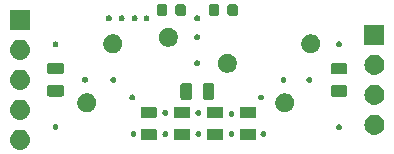
<source format=gts>
G04 #@! TF.GenerationSoftware,KiCad,Pcbnew,5.0.2-bee76a0~70~ubuntu18.04.1*
G04 #@! TF.CreationDate,2018-12-18T09:34:18-08:00*
G04 #@! TF.ProjectId,LowPassFilterModule,4c6f7750-6173-4734-9669-6c7465724d6f,rev?*
G04 #@! TF.SameCoordinates,Original*
G04 #@! TF.FileFunction,Soldermask,Top*
G04 #@! TF.FilePolarity,Negative*
%FSLAX46Y46*%
G04 Gerber Fmt 4.6, Leading zero omitted, Abs format (unit mm)*
G04 Created by KiCad (PCBNEW 5.0.2-bee76a0~70~ubuntu18.04.1) date Tue 18 Dec 2018 09:34:18 AM PST*
%MOMM*%
%LPD*%
G01*
G04 APERTURE LIST*
%ADD10C,0.100000*%
G04 APERTURE END LIST*
D10*
G36*
X102166630Y-97242299D02*
X102326855Y-97290903D01*
X102474520Y-97369831D01*
X102603949Y-97476051D01*
X102710169Y-97605480D01*
X102789097Y-97753145D01*
X102837701Y-97913370D01*
X102854112Y-98080000D01*
X102837701Y-98246630D01*
X102789097Y-98406855D01*
X102710169Y-98554520D01*
X102603949Y-98683949D01*
X102474520Y-98790169D01*
X102326855Y-98869097D01*
X102166630Y-98917701D01*
X102041752Y-98930000D01*
X101958248Y-98930000D01*
X101833370Y-98917701D01*
X101673145Y-98869097D01*
X101525480Y-98790169D01*
X101396051Y-98683949D01*
X101289831Y-98554520D01*
X101210903Y-98406855D01*
X101162299Y-98246630D01*
X101145888Y-98080000D01*
X101162299Y-97913370D01*
X101210903Y-97753145D01*
X101289831Y-97605480D01*
X101396051Y-97476051D01*
X101525480Y-97369831D01*
X101673145Y-97290903D01*
X101833370Y-97242299D01*
X101958248Y-97230000D01*
X102041752Y-97230000D01*
X102166630Y-97242299D01*
X102166630Y-97242299D01*
G37*
G36*
X121853992Y-97154076D02*
X121887883Y-97164357D01*
X121919111Y-97181048D01*
X121946485Y-97203515D01*
X121968952Y-97230889D01*
X121985643Y-97262117D01*
X121995924Y-97296008D01*
X122000000Y-97337391D01*
X122000000Y-97937609D01*
X121995924Y-97978992D01*
X121985643Y-98012883D01*
X121968952Y-98044111D01*
X121946485Y-98071485D01*
X121919111Y-98093952D01*
X121887883Y-98110643D01*
X121853992Y-98120924D01*
X121812609Y-98125000D01*
X120787391Y-98125000D01*
X120746008Y-98120924D01*
X120712117Y-98110643D01*
X120680889Y-98093952D01*
X120653515Y-98071485D01*
X120631048Y-98044111D01*
X120614357Y-98012883D01*
X120604076Y-97978992D01*
X120600000Y-97937609D01*
X120600000Y-97337391D01*
X120604076Y-97296008D01*
X120614357Y-97262117D01*
X120631048Y-97230889D01*
X120653515Y-97203515D01*
X120680889Y-97181048D01*
X120712117Y-97164357D01*
X120746008Y-97154076D01*
X120787391Y-97150000D01*
X121812609Y-97150000D01*
X121853992Y-97154076D01*
X121853992Y-97154076D01*
G37*
G36*
X113453992Y-97154076D02*
X113487883Y-97164357D01*
X113519111Y-97181048D01*
X113546485Y-97203515D01*
X113568952Y-97230889D01*
X113585643Y-97262117D01*
X113595924Y-97296008D01*
X113600000Y-97337391D01*
X113600000Y-97937609D01*
X113595924Y-97978992D01*
X113585643Y-98012883D01*
X113568952Y-98044111D01*
X113546485Y-98071485D01*
X113519111Y-98093952D01*
X113487883Y-98110643D01*
X113453992Y-98120924D01*
X113412609Y-98125000D01*
X112387391Y-98125000D01*
X112346008Y-98120924D01*
X112312117Y-98110643D01*
X112280889Y-98093952D01*
X112253515Y-98071485D01*
X112231048Y-98044111D01*
X112214357Y-98012883D01*
X112204076Y-97978992D01*
X112200000Y-97937609D01*
X112200000Y-97337391D01*
X112204076Y-97296008D01*
X112214357Y-97262117D01*
X112231048Y-97230889D01*
X112253515Y-97203515D01*
X112280889Y-97181048D01*
X112312117Y-97164357D01*
X112346008Y-97154076D01*
X112387391Y-97150000D01*
X113412609Y-97150000D01*
X113453992Y-97154076D01*
X113453992Y-97154076D01*
G37*
G36*
X119053992Y-97154076D02*
X119087883Y-97164357D01*
X119119111Y-97181048D01*
X119146485Y-97203515D01*
X119168952Y-97230889D01*
X119185643Y-97262117D01*
X119195924Y-97296008D01*
X119200000Y-97337391D01*
X119200000Y-97937609D01*
X119195924Y-97978992D01*
X119185643Y-98012883D01*
X119168952Y-98044111D01*
X119146485Y-98071485D01*
X119119111Y-98093952D01*
X119087883Y-98110643D01*
X119053992Y-98120924D01*
X119012609Y-98125000D01*
X117987391Y-98125000D01*
X117946008Y-98120924D01*
X117912117Y-98110643D01*
X117880889Y-98093952D01*
X117853515Y-98071485D01*
X117831048Y-98044111D01*
X117814357Y-98012883D01*
X117804076Y-97978992D01*
X117800000Y-97937609D01*
X117800000Y-97337391D01*
X117804076Y-97296008D01*
X117814357Y-97262117D01*
X117831048Y-97230889D01*
X117853515Y-97203515D01*
X117880889Y-97181048D01*
X117912117Y-97164357D01*
X117946008Y-97154076D01*
X117987391Y-97150000D01*
X119012609Y-97150000D01*
X119053992Y-97154076D01*
X119053992Y-97154076D01*
G37*
G36*
X116253992Y-97154076D02*
X116287883Y-97164357D01*
X116319111Y-97181048D01*
X116346485Y-97203515D01*
X116368952Y-97230889D01*
X116385643Y-97262117D01*
X116395924Y-97296008D01*
X116400000Y-97337391D01*
X116400000Y-97937609D01*
X116395924Y-97978992D01*
X116385643Y-98012883D01*
X116368952Y-98044111D01*
X116346485Y-98071485D01*
X116319111Y-98093952D01*
X116287883Y-98110643D01*
X116253992Y-98120924D01*
X116212609Y-98125000D01*
X115187391Y-98125000D01*
X115146008Y-98120924D01*
X115112117Y-98110643D01*
X115080889Y-98093952D01*
X115053515Y-98071485D01*
X115031048Y-98044111D01*
X115014357Y-98012883D01*
X115004076Y-97978992D01*
X115000000Y-97937609D01*
X115000000Y-97337391D01*
X115004076Y-97296008D01*
X115014357Y-97262117D01*
X115031048Y-97230889D01*
X115053515Y-97203515D01*
X115080889Y-97181048D01*
X115112117Y-97164357D01*
X115146008Y-97154076D01*
X115187391Y-97150000D01*
X116212609Y-97150000D01*
X116253992Y-97154076D01*
X116253992Y-97154076D01*
G37*
G36*
X114336698Y-97352402D02*
X114372922Y-97359607D01*
X114418420Y-97378453D01*
X114459366Y-97405812D01*
X114494188Y-97440634D01*
X114521547Y-97481580D01*
X114540393Y-97527078D01*
X114550000Y-97575377D01*
X114550000Y-97624623D01*
X114540393Y-97672922D01*
X114521547Y-97718420D01*
X114494188Y-97759366D01*
X114459366Y-97794188D01*
X114418420Y-97821547D01*
X114372922Y-97840393D01*
X114336698Y-97847598D01*
X114324624Y-97850000D01*
X114275376Y-97850000D01*
X114263302Y-97847598D01*
X114227078Y-97840393D01*
X114181580Y-97821547D01*
X114140634Y-97794188D01*
X114105812Y-97759366D01*
X114078453Y-97718420D01*
X114059607Y-97672922D01*
X114050000Y-97624623D01*
X114050000Y-97575377D01*
X114059607Y-97527078D01*
X114078453Y-97481580D01*
X114105812Y-97440634D01*
X114140634Y-97405812D01*
X114181580Y-97378453D01*
X114227078Y-97359607D01*
X114263302Y-97352402D01*
X114275376Y-97350000D01*
X114324624Y-97350000D01*
X114336698Y-97352402D01*
X114336698Y-97352402D01*
G37*
G36*
X111636698Y-97352402D02*
X111672922Y-97359607D01*
X111718420Y-97378453D01*
X111759366Y-97405812D01*
X111794188Y-97440634D01*
X111821547Y-97481580D01*
X111840393Y-97527078D01*
X111850000Y-97575377D01*
X111850000Y-97624623D01*
X111840393Y-97672922D01*
X111821547Y-97718420D01*
X111794188Y-97759366D01*
X111759366Y-97794188D01*
X111718420Y-97821547D01*
X111672922Y-97840393D01*
X111636698Y-97847598D01*
X111624624Y-97850000D01*
X111575376Y-97850000D01*
X111563302Y-97847598D01*
X111527078Y-97840393D01*
X111481580Y-97821547D01*
X111440634Y-97794188D01*
X111405812Y-97759366D01*
X111378453Y-97718420D01*
X111359607Y-97672922D01*
X111350000Y-97624623D01*
X111350000Y-97575377D01*
X111359607Y-97527078D01*
X111378453Y-97481580D01*
X111405812Y-97440634D01*
X111440634Y-97405812D01*
X111481580Y-97378453D01*
X111527078Y-97359607D01*
X111563302Y-97352402D01*
X111575376Y-97350000D01*
X111624624Y-97350000D01*
X111636698Y-97352402D01*
X111636698Y-97352402D01*
G37*
G36*
X117136698Y-97352402D02*
X117172922Y-97359607D01*
X117218420Y-97378453D01*
X117259366Y-97405812D01*
X117294188Y-97440634D01*
X117321547Y-97481580D01*
X117340393Y-97527078D01*
X117350000Y-97575377D01*
X117350000Y-97624623D01*
X117340393Y-97672922D01*
X117321547Y-97718420D01*
X117294188Y-97759366D01*
X117259366Y-97794188D01*
X117218420Y-97821547D01*
X117172922Y-97840393D01*
X117136698Y-97847598D01*
X117124624Y-97850000D01*
X117075376Y-97850000D01*
X117063302Y-97847598D01*
X117027078Y-97840393D01*
X116981580Y-97821547D01*
X116940634Y-97794188D01*
X116905812Y-97759366D01*
X116878453Y-97718420D01*
X116859607Y-97672922D01*
X116850000Y-97624623D01*
X116850000Y-97575377D01*
X116859607Y-97527078D01*
X116878453Y-97481580D01*
X116905812Y-97440634D01*
X116940634Y-97405812D01*
X116981580Y-97378453D01*
X117027078Y-97359607D01*
X117063302Y-97352402D01*
X117075376Y-97350000D01*
X117124624Y-97350000D01*
X117136698Y-97352402D01*
X117136698Y-97352402D01*
G37*
G36*
X122636698Y-97352402D02*
X122672922Y-97359607D01*
X122718420Y-97378453D01*
X122759366Y-97405812D01*
X122794188Y-97440634D01*
X122821547Y-97481580D01*
X122840393Y-97527078D01*
X122850000Y-97575377D01*
X122850000Y-97624623D01*
X122840393Y-97672922D01*
X122821547Y-97718420D01*
X122794188Y-97759366D01*
X122759366Y-97794188D01*
X122718420Y-97821547D01*
X122672922Y-97840393D01*
X122636698Y-97847598D01*
X122624624Y-97850000D01*
X122575376Y-97850000D01*
X122563302Y-97847598D01*
X122527078Y-97840393D01*
X122481580Y-97821547D01*
X122440634Y-97794188D01*
X122405812Y-97759366D01*
X122378453Y-97718420D01*
X122359607Y-97672922D01*
X122350000Y-97624623D01*
X122350000Y-97575377D01*
X122359607Y-97527078D01*
X122378453Y-97481580D01*
X122405812Y-97440634D01*
X122440634Y-97405812D01*
X122481580Y-97378453D01*
X122527078Y-97359607D01*
X122563302Y-97352402D01*
X122575376Y-97350000D01*
X122624624Y-97350000D01*
X122636698Y-97352402D01*
X122636698Y-97352402D01*
G37*
G36*
X119936698Y-97352402D02*
X119972922Y-97359607D01*
X120018420Y-97378453D01*
X120059366Y-97405812D01*
X120094188Y-97440634D01*
X120121547Y-97481580D01*
X120140393Y-97527078D01*
X120150000Y-97575377D01*
X120150000Y-97624623D01*
X120140393Y-97672922D01*
X120121547Y-97718420D01*
X120094188Y-97759366D01*
X120059366Y-97794188D01*
X120018420Y-97821547D01*
X119972922Y-97840393D01*
X119936698Y-97847598D01*
X119924624Y-97850000D01*
X119875376Y-97850000D01*
X119863302Y-97847598D01*
X119827078Y-97840393D01*
X119781580Y-97821547D01*
X119740634Y-97794188D01*
X119705812Y-97759366D01*
X119678453Y-97718420D01*
X119659607Y-97672922D01*
X119650000Y-97624623D01*
X119650000Y-97575377D01*
X119659607Y-97527078D01*
X119678453Y-97481580D01*
X119705812Y-97440634D01*
X119740634Y-97405812D01*
X119781580Y-97378453D01*
X119827078Y-97359607D01*
X119863302Y-97352402D01*
X119875376Y-97350000D01*
X119924624Y-97350000D01*
X119936698Y-97352402D01*
X119936698Y-97352402D01*
G37*
G36*
X132166630Y-95972299D02*
X132326855Y-96020903D01*
X132474520Y-96099831D01*
X132603949Y-96206051D01*
X132710169Y-96335480D01*
X132789097Y-96483145D01*
X132837701Y-96643370D01*
X132854112Y-96810000D01*
X132837701Y-96976630D01*
X132789097Y-97136855D01*
X132710169Y-97284520D01*
X132603949Y-97413949D01*
X132474520Y-97520169D01*
X132326855Y-97599097D01*
X132166630Y-97647701D01*
X132041752Y-97660000D01*
X131958248Y-97660000D01*
X131833370Y-97647701D01*
X131673145Y-97599097D01*
X131525480Y-97520169D01*
X131396051Y-97413949D01*
X131289831Y-97284520D01*
X131210903Y-97136855D01*
X131162299Y-96976630D01*
X131145888Y-96810000D01*
X131162299Y-96643370D01*
X131210903Y-96483145D01*
X131289831Y-96335480D01*
X131396051Y-96206051D01*
X131525480Y-96099831D01*
X131673145Y-96020903D01*
X131833370Y-95972299D01*
X131958248Y-95960000D01*
X132041752Y-95960000D01*
X132166630Y-95972299D01*
X132166630Y-95972299D01*
G37*
G36*
X129036698Y-96752402D02*
X129072922Y-96759607D01*
X129118420Y-96778453D01*
X129159366Y-96805812D01*
X129194188Y-96840634D01*
X129221547Y-96881580D01*
X129240393Y-96927078D01*
X129250000Y-96975377D01*
X129250000Y-97024623D01*
X129240393Y-97072922D01*
X129221547Y-97118420D01*
X129194188Y-97159366D01*
X129159366Y-97194188D01*
X129118420Y-97221547D01*
X129072922Y-97240393D01*
X129036698Y-97247598D01*
X129024624Y-97250000D01*
X128975376Y-97250000D01*
X128963302Y-97247598D01*
X128927078Y-97240393D01*
X128881580Y-97221547D01*
X128840634Y-97194188D01*
X128805812Y-97159366D01*
X128778453Y-97118420D01*
X128759607Y-97072922D01*
X128750000Y-97024623D01*
X128750000Y-96975377D01*
X128759607Y-96927078D01*
X128778453Y-96881580D01*
X128805812Y-96840634D01*
X128840634Y-96805812D01*
X128881580Y-96778453D01*
X128927078Y-96759607D01*
X128963302Y-96752402D01*
X128975376Y-96750000D01*
X129024624Y-96750000D01*
X129036698Y-96752402D01*
X129036698Y-96752402D01*
G37*
G36*
X105036698Y-96752402D02*
X105072922Y-96759607D01*
X105118420Y-96778453D01*
X105159366Y-96805812D01*
X105194188Y-96840634D01*
X105221547Y-96881580D01*
X105240393Y-96927078D01*
X105250000Y-96975377D01*
X105250000Y-97024623D01*
X105240393Y-97072922D01*
X105221547Y-97118420D01*
X105194188Y-97159366D01*
X105159366Y-97194188D01*
X105118420Y-97221547D01*
X105072922Y-97240393D01*
X105036698Y-97247598D01*
X105024624Y-97250000D01*
X104975376Y-97250000D01*
X104963302Y-97247598D01*
X104927078Y-97240393D01*
X104881580Y-97221547D01*
X104840634Y-97194188D01*
X104805812Y-97159366D01*
X104778453Y-97118420D01*
X104759607Y-97072922D01*
X104750000Y-97024623D01*
X104750000Y-96975377D01*
X104759607Y-96927078D01*
X104778453Y-96881580D01*
X104805812Y-96840634D01*
X104840634Y-96805812D01*
X104881580Y-96778453D01*
X104927078Y-96759607D01*
X104963302Y-96752402D01*
X104975376Y-96750000D01*
X105024624Y-96750000D01*
X105036698Y-96752402D01*
X105036698Y-96752402D01*
G37*
G36*
X102166630Y-94702299D02*
X102326855Y-94750903D01*
X102474520Y-94829831D01*
X102603949Y-94936051D01*
X102710169Y-95065480D01*
X102789097Y-95213145D01*
X102837701Y-95373370D01*
X102854112Y-95540000D01*
X102837701Y-95706630D01*
X102789097Y-95866855D01*
X102710169Y-96014520D01*
X102603949Y-96143949D01*
X102474520Y-96250169D01*
X102326855Y-96329097D01*
X102166630Y-96377701D01*
X102041752Y-96390000D01*
X101958248Y-96390000D01*
X101833370Y-96377701D01*
X101673145Y-96329097D01*
X101525480Y-96250169D01*
X101396051Y-96143949D01*
X101289831Y-96014520D01*
X101210903Y-95866855D01*
X101162299Y-95706630D01*
X101145888Y-95540000D01*
X101162299Y-95373370D01*
X101210903Y-95213145D01*
X101289831Y-95065480D01*
X101396051Y-94936051D01*
X101525480Y-94829831D01*
X101673145Y-94750903D01*
X101833370Y-94702299D01*
X101958248Y-94690000D01*
X102041752Y-94690000D01*
X102166630Y-94702299D01*
X102166630Y-94702299D01*
G37*
G36*
X116253992Y-95279076D02*
X116287883Y-95289357D01*
X116319111Y-95306048D01*
X116346485Y-95328515D01*
X116368952Y-95355889D01*
X116385643Y-95387117D01*
X116395924Y-95421008D01*
X116400000Y-95462391D01*
X116400000Y-96062609D01*
X116395924Y-96103992D01*
X116385643Y-96137883D01*
X116368952Y-96169111D01*
X116346485Y-96196485D01*
X116319111Y-96218952D01*
X116287883Y-96235643D01*
X116253992Y-96245924D01*
X116212609Y-96250000D01*
X115187391Y-96250000D01*
X115146008Y-96245924D01*
X115112117Y-96235643D01*
X115080889Y-96218952D01*
X115053515Y-96196485D01*
X115031048Y-96169111D01*
X115014357Y-96137883D01*
X115004076Y-96103992D01*
X115000000Y-96062609D01*
X115000000Y-95462391D01*
X115004076Y-95421008D01*
X115014357Y-95387117D01*
X115031048Y-95355889D01*
X115053515Y-95328515D01*
X115080889Y-95306048D01*
X115112117Y-95289357D01*
X115146008Y-95279076D01*
X115187391Y-95275000D01*
X116212609Y-95275000D01*
X116253992Y-95279076D01*
X116253992Y-95279076D01*
G37*
G36*
X121853992Y-95279076D02*
X121887883Y-95289357D01*
X121919111Y-95306048D01*
X121946485Y-95328515D01*
X121968952Y-95355889D01*
X121985643Y-95387117D01*
X121995924Y-95421008D01*
X122000000Y-95462391D01*
X122000000Y-96062609D01*
X121995924Y-96103992D01*
X121985643Y-96137883D01*
X121968952Y-96169111D01*
X121946485Y-96196485D01*
X121919111Y-96218952D01*
X121887883Y-96235643D01*
X121853992Y-96245924D01*
X121812609Y-96250000D01*
X120787391Y-96250000D01*
X120746008Y-96245924D01*
X120712117Y-96235643D01*
X120680889Y-96218952D01*
X120653515Y-96196485D01*
X120631048Y-96169111D01*
X120614357Y-96137883D01*
X120604076Y-96103992D01*
X120600000Y-96062609D01*
X120600000Y-95462391D01*
X120604076Y-95421008D01*
X120614357Y-95387117D01*
X120631048Y-95355889D01*
X120653515Y-95328515D01*
X120680889Y-95306048D01*
X120712117Y-95289357D01*
X120746008Y-95279076D01*
X120787391Y-95275000D01*
X121812609Y-95275000D01*
X121853992Y-95279076D01*
X121853992Y-95279076D01*
G37*
G36*
X113453992Y-95279076D02*
X113487883Y-95289357D01*
X113519111Y-95306048D01*
X113546485Y-95328515D01*
X113568952Y-95355889D01*
X113585643Y-95387117D01*
X113595924Y-95421008D01*
X113600000Y-95462391D01*
X113600000Y-96062609D01*
X113595924Y-96103992D01*
X113585643Y-96137883D01*
X113568952Y-96169111D01*
X113546485Y-96196485D01*
X113519111Y-96218952D01*
X113487883Y-96235643D01*
X113453992Y-96245924D01*
X113412609Y-96250000D01*
X112387391Y-96250000D01*
X112346008Y-96245924D01*
X112312117Y-96235643D01*
X112280889Y-96218952D01*
X112253515Y-96196485D01*
X112231048Y-96169111D01*
X112214357Y-96137883D01*
X112204076Y-96103992D01*
X112200000Y-96062609D01*
X112200000Y-95462391D01*
X112204076Y-95421008D01*
X112214357Y-95387117D01*
X112231048Y-95355889D01*
X112253515Y-95328515D01*
X112280889Y-95306048D01*
X112312117Y-95289357D01*
X112346008Y-95279076D01*
X112387391Y-95275000D01*
X113412609Y-95275000D01*
X113453992Y-95279076D01*
X113453992Y-95279076D01*
G37*
G36*
X119053992Y-95279076D02*
X119087883Y-95289357D01*
X119119111Y-95306048D01*
X119146485Y-95328515D01*
X119168952Y-95355889D01*
X119185643Y-95387117D01*
X119195924Y-95421008D01*
X119200000Y-95462391D01*
X119200000Y-96062609D01*
X119195924Y-96103992D01*
X119185643Y-96137883D01*
X119168952Y-96169111D01*
X119146485Y-96196485D01*
X119119111Y-96218952D01*
X119087883Y-96235643D01*
X119053992Y-96245924D01*
X119012609Y-96250000D01*
X117987391Y-96250000D01*
X117946008Y-96245924D01*
X117912117Y-96235643D01*
X117880889Y-96218952D01*
X117853515Y-96196485D01*
X117831048Y-96169111D01*
X117814357Y-96137883D01*
X117804076Y-96103992D01*
X117800000Y-96062609D01*
X117800000Y-95462391D01*
X117804076Y-95421008D01*
X117814357Y-95387117D01*
X117831048Y-95355889D01*
X117853515Y-95328515D01*
X117880889Y-95306048D01*
X117912117Y-95289357D01*
X117946008Y-95279076D01*
X117987391Y-95275000D01*
X119012609Y-95275000D01*
X119053992Y-95279076D01*
X119053992Y-95279076D01*
G37*
G36*
X119936698Y-95652402D02*
X119972922Y-95659607D01*
X120018420Y-95678453D01*
X120059366Y-95705812D01*
X120094188Y-95740634D01*
X120121547Y-95781580D01*
X120140393Y-95827078D01*
X120150000Y-95875377D01*
X120150000Y-95924623D01*
X120140393Y-95972922D01*
X120121547Y-96018420D01*
X120094188Y-96059366D01*
X120059366Y-96094188D01*
X120018420Y-96121547D01*
X119972922Y-96140393D01*
X119936698Y-96147598D01*
X119924624Y-96150000D01*
X119875376Y-96150000D01*
X119863302Y-96147598D01*
X119827078Y-96140393D01*
X119781580Y-96121547D01*
X119740634Y-96094188D01*
X119705812Y-96059366D01*
X119678453Y-96018420D01*
X119659607Y-95972922D01*
X119650000Y-95924623D01*
X119650000Y-95875377D01*
X119659607Y-95827078D01*
X119678453Y-95781580D01*
X119705812Y-95740634D01*
X119740634Y-95705812D01*
X119781580Y-95678453D01*
X119827078Y-95659607D01*
X119863302Y-95652402D01*
X119875376Y-95650000D01*
X119924624Y-95650000D01*
X119936698Y-95652402D01*
X119936698Y-95652402D01*
G37*
G36*
X114336698Y-95552402D02*
X114372922Y-95559607D01*
X114418420Y-95578453D01*
X114459366Y-95605812D01*
X114494188Y-95640634D01*
X114521547Y-95681580D01*
X114540393Y-95727078D01*
X114550000Y-95775377D01*
X114550000Y-95824623D01*
X114540393Y-95872922D01*
X114521547Y-95918420D01*
X114494188Y-95959366D01*
X114459366Y-95994188D01*
X114418420Y-96021547D01*
X114372922Y-96040393D01*
X114336698Y-96047598D01*
X114324624Y-96050000D01*
X114275376Y-96050000D01*
X114263302Y-96047598D01*
X114227078Y-96040393D01*
X114181580Y-96021547D01*
X114140634Y-95994188D01*
X114105812Y-95959366D01*
X114078453Y-95918420D01*
X114059607Y-95872922D01*
X114050000Y-95824623D01*
X114050000Y-95775377D01*
X114059607Y-95727078D01*
X114078453Y-95681580D01*
X114105812Y-95640634D01*
X114140634Y-95605812D01*
X114181580Y-95578453D01*
X114227078Y-95559607D01*
X114263302Y-95552402D01*
X114275376Y-95550000D01*
X114324624Y-95550000D01*
X114336698Y-95552402D01*
X114336698Y-95552402D01*
G37*
G36*
X117136698Y-95552402D02*
X117172922Y-95559607D01*
X117218420Y-95578453D01*
X117259366Y-95605812D01*
X117294188Y-95640634D01*
X117321547Y-95681580D01*
X117340393Y-95727078D01*
X117350000Y-95775377D01*
X117350000Y-95824623D01*
X117340393Y-95872922D01*
X117321547Y-95918420D01*
X117294188Y-95959366D01*
X117259366Y-95994188D01*
X117218420Y-96021547D01*
X117172922Y-96040393D01*
X117136698Y-96047598D01*
X117124624Y-96050000D01*
X117075376Y-96050000D01*
X117063302Y-96047598D01*
X117027078Y-96040393D01*
X116981580Y-96021547D01*
X116940634Y-95994188D01*
X116905812Y-95959366D01*
X116878453Y-95918420D01*
X116859607Y-95872922D01*
X116850000Y-95824623D01*
X116850000Y-95775377D01*
X116859607Y-95727078D01*
X116878453Y-95681580D01*
X116905812Y-95640634D01*
X116940634Y-95605812D01*
X116981580Y-95578453D01*
X117027078Y-95559607D01*
X117063302Y-95552402D01*
X117075376Y-95550000D01*
X117124624Y-95550000D01*
X117136698Y-95552402D01*
X117136698Y-95552402D01*
G37*
G36*
X124633352Y-94180743D02*
X124778941Y-94241048D01*
X124909973Y-94328601D01*
X125021399Y-94440027D01*
X125108952Y-94571059D01*
X125169257Y-94716648D01*
X125200000Y-94871205D01*
X125200000Y-95028795D01*
X125169257Y-95183352D01*
X125108952Y-95328941D01*
X125021399Y-95459973D01*
X124909973Y-95571399D01*
X124778941Y-95658952D01*
X124633352Y-95719257D01*
X124478795Y-95750000D01*
X124321205Y-95750000D01*
X124166648Y-95719257D01*
X124021059Y-95658952D01*
X123890027Y-95571399D01*
X123778601Y-95459973D01*
X123691048Y-95328941D01*
X123630743Y-95183352D01*
X123600000Y-95028795D01*
X123600000Y-94871205D01*
X123630743Y-94716648D01*
X123691048Y-94571059D01*
X123778601Y-94440027D01*
X123890027Y-94328601D01*
X124021059Y-94241048D01*
X124166648Y-94180743D01*
X124321205Y-94150000D01*
X124478795Y-94150000D01*
X124633352Y-94180743D01*
X124633352Y-94180743D01*
G37*
G36*
X107883352Y-94180743D02*
X108028941Y-94241048D01*
X108159973Y-94328601D01*
X108271399Y-94440027D01*
X108358952Y-94571059D01*
X108419257Y-94716648D01*
X108450000Y-94871205D01*
X108450000Y-95028795D01*
X108419257Y-95183352D01*
X108358952Y-95328941D01*
X108271399Y-95459973D01*
X108159973Y-95571399D01*
X108028941Y-95658952D01*
X107883352Y-95719257D01*
X107728795Y-95750000D01*
X107571205Y-95750000D01*
X107416648Y-95719257D01*
X107271059Y-95658952D01*
X107140027Y-95571399D01*
X107028601Y-95459973D01*
X106941048Y-95328941D01*
X106880743Y-95183352D01*
X106850000Y-95028795D01*
X106850000Y-94871205D01*
X106880743Y-94716648D01*
X106941048Y-94571059D01*
X107028601Y-94440027D01*
X107140027Y-94328601D01*
X107271059Y-94241048D01*
X107416648Y-94180743D01*
X107571205Y-94150000D01*
X107728795Y-94150000D01*
X107883352Y-94180743D01*
X107883352Y-94180743D01*
G37*
G36*
X132166630Y-93432299D02*
X132326855Y-93480903D01*
X132474520Y-93559831D01*
X132603949Y-93666051D01*
X132710169Y-93795480D01*
X132789097Y-93943145D01*
X132837701Y-94103370D01*
X132854112Y-94270000D01*
X132837701Y-94436630D01*
X132789097Y-94596855D01*
X132710169Y-94744520D01*
X132603949Y-94873949D01*
X132474520Y-94980169D01*
X132326855Y-95059097D01*
X132166630Y-95107701D01*
X132041752Y-95120000D01*
X131958248Y-95120000D01*
X131833370Y-95107701D01*
X131673145Y-95059097D01*
X131525480Y-94980169D01*
X131396051Y-94873949D01*
X131289831Y-94744520D01*
X131210903Y-94596855D01*
X131162299Y-94436630D01*
X131145888Y-94270000D01*
X131162299Y-94103370D01*
X131210903Y-93943145D01*
X131289831Y-93795480D01*
X131396051Y-93666051D01*
X131525480Y-93559831D01*
X131673145Y-93480903D01*
X131833370Y-93432299D01*
X131958248Y-93420000D01*
X132041752Y-93420000D01*
X132166630Y-93432299D01*
X132166630Y-93432299D01*
G37*
G36*
X122436698Y-94252402D02*
X122472922Y-94259607D01*
X122518420Y-94278453D01*
X122559366Y-94305812D01*
X122594188Y-94340634D01*
X122621547Y-94381580D01*
X122640393Y-94427078D01*
X122650000Y-94475377D01*
X122650000Y-94524623D01*
X122640393Y-94572922D01*
X122621547Y-94618420D01*
X122594188Y-94659366D01*
X122559366Y-94694188D01*
X122518420Y-94721547D01*
X122472922Y-94740393D01*
X122436698Y-94747598D01*
X122424624Y-94750000D01*
X122375376Y-94750000D01*
X122363302Y-94747598D01*
X122327078Y-94740393D01*
X122281580Y-94721547D01*
X122240634Y-94694188D01*
X122205812Y-94659366D01*
X122178453Y-94618420D01*
X122159607Y-94572922D01*
X122150000Y-94524623D01*
X122150000Y-94475377D01*
X122159607Y-94427078D01*
X122178453Y-94381580D01*
X122205812Y-94340634D01*
X122240634Y-94305812D01*
X122281580Y-94278453D01*
X122327078Y-94259607D01*
X122363302Y-94252402D01*
X122375376Y-94250000D01*
X122424624Y-94250000D01*
X122436698Y-94252402D01*
X122436698Y-94252402D01*
G37*
G36*
X111536698Y-94252402D02*
X111572922Y-94259607D01*
X111618420Y-94278453D01*
X111659366Y-94305812D01*
X111694188Y-94340634D01*
X111721547Y-94381580D01*
X111740393Y-94427078D01*
X111750000Y-94475377D01*
X111750000Y-94524623D01*
X111740393Y-94572922D01*
X111721547Y-94618420D01*
X111694188Y-94659366D01*
X111659366Y-94694188D01*
X111618420Y-94721547D01*
X111572922Y-94740393D01*
X111536698Y-94747598D01*
X111524624Y-94750000D01*
X111475376Y-94750000D01*
X111463302Y-94747598D01*
X111427078Y-94740393D01*
X111381580Y-94721547D01*
X111340634Y-94694188D01*
X111305812Y-94659366D01*
X111278453Y-94618420D01*
X111259607Y-94572922D01*
X111250000Y-94524623D01*
X111250000Y-94475377D01*
X111259607Y-94427078D01*
X111278453Y-94381580D01*
X111305812Y-94340634D01*
X111340634Y-94305812D01*
X111381580Y-94278453D01*
X111427078Y-94259607D01*
X111463302Y-94252402D01*
X111475376Y-94250000D01*
X111524624Y-94250000D01*
X111536698Y-94252402D01*
X111536698Y-94252402D01*
G37*
G36*
X118278992Y-93304076D02*
X118312883Y-93314357D01*
X118344111Y-93331048D01*
X118371485Y-93353515D01*
X118393952Y-93380889D01*
X118410643Y-93412117D01*
X118420924Y-93446008D01*
X118425000Y-93487391D01*
X118425000Y-94512609D01*
X118420924Y-94553992D01*
X118410643Y-94587883D01*
X118393952Y-94619111D01*
X118371485Y-94646485D01*
X118344111Y-94668952D01*
X118312883Y-94685643D01*
X118278992Y-94695924D01*
X118237609Y-94700000D01*
X117637391Y-94700000D01*
X117596008Y-94695924D01*
X117562117Y-94685643D01*
X117530889Y-94668952D01*
X117503515Y-94646485D01*
X117481048Y-94619111D01*
X117464357Y-94587883D01*
X117454076Y-94553992D01*
X117450000Y-94512609D01*
X117450000Y-93487391D01*
X117454076Y-93446008D01*
X117464357Y-93412117D01*
X117481048Y-93380889D01*
X117503515Y-93353515D01*
X117530889Y-93331048D01*
X117562117Y-93314357D01*
X117596008Y-93304076D01*
X117637391Y-93300000D01*
X118237609Y-93300000D01*
X118278992Y-93304076D01*
X118278992Y-93304076D01*
G37*
G36*
X116403992Y-93304076D02*
X116437883Y-93314357D01*
X116469111Y-93331048D01*
X116496485Y-93353515D01*
X116518952Y-93380889D01*
X116535643Y-93412117D01*
X116545924Y-93446008D01*
X116550000Y-93487391D01*
X116550000Y-94512609D01*
X116545924Y-94553992D01*
X116535643Y-94587883D01*
X116518952Y-94619111D01*
X116496485Y-94646485D01*
X116469111Y-94668952D01*
X116437883Y-94685643D01*
X116403992Y-94695924D01*
X116362609Y-94700000D01*
X115762391Y-94700000D01*
X115721008Y-94695924D01*
X115687117Y-94685643D01*
X115655889Y-94668952D01*
X115628515Y-94646485D01*
X115606048Y-94619111D01*
X115589357Y-94587883D01*
X115579076Y-94553992D01*
X115575000Y-94512609D01*
X115575000Y-93487391D01*
X115579076Y-93446008D01*
X115589357Y-93412117D01*
X115606048Y-93380889D01*
X115628515Y-93353515D01*
X115655889Y-93331048D01*
X115687117Y-93314357D01*
X115721008Y-93304076D01*
X115762391Y-93300000D01*
X116362609Y-93300000D01*
X116403992Y-93304076D01*
X116403992Y-93304076D01*
G37*
G36*
X129553992Y-93454076D02*
X129587883Y-93464357D01*
X129619111Y-93481048D01*
X129646485Y-93503515D01*
X129668952Y-93530889D01*
X129685643Y-93562117D01*
X129695924Y-93596008D01*
X129700000Y-93637391D01*
X129700000Y-94237609D01*
X129695924Y-94278992D01*
X129685643Y-94312883D01*
X129668952Y-94344111D01*
X129646485Y-94371485D01*
X129619111Y-94393952D01*
X129587883Y-94410643D01*
X129553992Y-94420924D01*
X129512609Y-94425000D01*
X128487391Y-94425000D01*
X128446008Y-94420924D01*
X128412117Y-94410643D01*
X128380889Y-94393952D01*
X128353515Y-94371485D01*
X128331048Y-94344111D01*
X128314357Y-94312883D01*
X128304076Y-94278992D01*
X128300000Y-94237609D01*
X128300000Y-93637391D01*
X128304076Y-93596008D01*
X128314357Y-93562117D01*
X128331048Y-93530889D01*
X128353515Y-93503515D01*
X128380889Y-93481048D01*
X128412117Y-93464357D01*
X128446008Y-93454076D01*
X128487391Y-93450000D01*
X129512609Y-93450000D01*
X129553992Y-93454076D01*
X129553992Y-93454076D01*
G37*
G36*
X105553992Y-93454076D02*
X105587883Y-93464357D01*
X105619111Y-93481048D01*
X105646485Y-93503515D01*
X105668952Y-93530889D01*
X105685643Y-93562117D01*
X105695924Y-93596008D01*
X105700000Y-93637391D01*
X105700000Y-94237609D01*
X105695924Y-94278992D01*
X105685643Y-94312883D01*
X105668952Y-94344111D01*
X105646485Y-94371485D01*
X105619111Y-94393952D01*
X105587883Y-94410643D01*
X105553992Y-94420924D01*
X105512609Y-94425000D01*
X104487391Y-94425000D01*
X104446008Y-94420924D01*
X104412117Y-94410643D01*
X104380889Y-94393952D01*
X104353515Y-94371485D01*
X104331048Y-94344111D01*
X104314357Y-94312883D01*
X104304076Y-94278992D01*
X104300000Y-94237609D01*
X104300000Y-93637391D01*
X104304076Y-93596008D01*
X104314357Y-93562117D01*
X104331048Y-93530889D01*
X104353515Y-93503515D01*
X104380889Y-93481048D01*
X104412117Y-93464357D01*
X104446008Y-93454076D01*
X104487391Y-93450000D01*
X105512609Y-93450000D01*
X105553992Y-93454076D01*
X105553992Y-93454076D01*
G37*
G36*
X102166630Y-92162299D02*
X102326855Y-92210903D01*
X102474520Y-92289831D01*
X102603949Y-92396051D01*
X102710169Y-92525480D01*
X102789097Y-92673145D01*
X102837701Y-92833370D01*
X102854112Y-93000000D01*
X102837701Y-93166630D01*
X102789097Y-93326855D01*
X102710169Y-93474520D01*
X102603949Y-93603949D01*
X102474520Y-93710169D01*
X102326855Y-93789097D01*
X102166630Y-93837701D01*
X102041752Y-93850000D01*
X101958248Y-93850000D01*
X101833370Y-93837701D01*
X101673145Y-93789097D01*
X101525480Y-93710169D01*
X101396051Y-93603949D01*
X101289831Y-93474520D01*
X101210903Y-93326855D01*
X101162299Y-93166630D01*
X101145888Y-93000000D01*
X101162299Y-92833370D01*
X101210903Y-92673145D01*
X101289831Y-92525480D01*
X101396051Y-92396051D01*
X101525480Y-92289831D01*
X101673145Y-92210903D01*
X101833370Y-92162299D01*
X101958248Y-92150000D01*
X102041752Y-92150000D01*
X102166630Y-92162299D01*
X102166630Y-92162299D01*
G37*
G36*
X109936698Y-92752402D02*
X109972922Y-92759607D01*
X110018420Y-92778453D01*
X110059366Y-92805812D01*
X110094188Y-92840634D01*
X110121547Y-92881580D01*
X110140393Y-92927078D01*
X110150000Y-92975377D01*
X110150000Y-93024623D01*
X110140393Y-93072922D01*
X110121547Y-93118420D01*
X110094188Y-93159366D01*
X110059366Y-93194188D01*
X110018420Y-93221547D01*
X109972922Y-93240393D01*
X109936698Y-93247598D01*
X109924624Y-93250000D01*
X109875376Y-93250000D01*
X109863302Y-93247598D01*
X109827078Y-93240393D01*
X109781580Y-93221547D01*
X109740634Y-93194188D01*
X109705812Y-93159366D01*
X109678453Y-93118420D01*
X109659607Y-93072922D01*
X109650000Y-93024623D01*
X109650000Y-92975377D01*
X109659607Y-92927078D01*
X109678453Y-92881580D01*
X109705812Y-92840634D01*
X109740634Y-92805812D01*
X109781580Y-92778453D01*
X109827078Y-92759607D01*
X109863302Y-92752402D01*
X109875376Y-92750000D01*
X109924624Y-92750000D01*
X109936698Y-92752402D01*
X109936698Y-92752402D01*
G37*
G36*
X126536698Y-92752402D02*
X126572922Y-92759607D01*
X126618420Y-92778453D01*
X126659366Y-92805812D01*
X126694188Y-92840634D01*
X126721547Y-92881580D01*
X126740393Y-92927078D01*
X126750000Y-92975377D01*
X126750000Y-93024623D01*
X126740393Y-93072922D01*
X126721547Y-93118420D01*
X126694188Y-93159366D01*
X126659366Y-93194188D01*
X126618420Y-93221547D01*
X126572922Y-93240393D01*
X126536698Y-93247598D01*
X126524624Y-93250000D01*
X126475376Y-93250000D01*
X126463302Y-93247598D01*
X126427078Y-93240393D01*
X126381580Y-93221547D01*
X126340634Y-93194188D01*
X126305812Y-93159366D01*
X126278453Y-93118420D01*
X126259607Y-93072922D01*
X126250000Y-93024623D01*
X126250000Y-92975377D01*
X126259607Y-92927078D01*
X126278453Y-92881580D01*
X126305812Y-92840634D01*
X126340634Y-92805812D01*
X126381580Y-92778453D01*
X126427078Y-92759607D01*
X126463302Y-92752402D01*
X126475376Y-92750000D01*
X126524624Y-92750000D01*
X126536698Y-92752402D01*
X126536698Y-92752402D01*
G37*
G36*
X124336698Y-92752402D02*
X124372922Y-92759607D01*
X124418420Y-92778453D01*
X124459366Y-92805812D01*
X124494188Y-92840634D01*
X124521547Y-92881580D01*
X124540393Y-92927078D01*
X124550000Y-92975377D01*
X124550000Y-93024623D01*
X124540393Y-93072922D01*
X124521547Y-93118420D01*
X124494188Y-93159366D01*
X124459366Y-93194188D01*
X124418420Y-93221547D01*
X124372922Y-93240393D01*
X124336698Y-93247598D01*
X124324624Y-93250000D01*
X124275376Y-93250000D01*
X124263302Y-93247598D01*
X124227078Y-93240393D01*
X124181580Y-93221547D01*
X124140634Y-93194188D01*
X124105812Y-93159366D01*
X124078453Y-93118420D01*
X124059607Y-93072922D01*
X124050000Y-93024623D01*
X124050000Y-92975377D01*
X124059607Y-92927078D01*
X124078453Y-92881580D01*
X124105812Y-92840634D01*
X124140634Y-92805812D01*
X124181580Y-92778453D01*
X124227078Y-92759607D01*
X124263302Y-92752402D01*
X124275376Y-92750000D01*
X124324624Y-92750000D01*
X124336698Y-92752402D01*
X124336698Y-92752402D01*
G37*
G36*
X107536698Y-92752402D02*
X107572922Y-92759607D01*
X107618420Y-92778453D01*
X107659366Y-92805812D01*
X107694188Y-92840634D01*
X107721547Y-92881580D01*
X107740393Y-92927078D01*
X107750000Y-92975377D01*
X107750000Y-93024623D01*
X107740393Y-93072922D01*
X107721547Y-93118420D01*
X107694188Y-93159366D01*
X107659366Y-93194188D01*
X107618420Y-93221547D01*
X107572922Y-93240393D01*
X107536698Y-93247598D01*
X107524624Y-93250000D01*
X107475376Y-93250000D01*
X107463302Y-93247598D01*
X107427078Y-93240393D01*
X107381580Y-93221547D01*
X107340634Y-93194188D01*
X107305812Y-93159366D01*
X107278453Y-93118420D01*
X107259607Y-93072922D01*
X107250000Y-93024623D01*
X107250000Y-92975377D01*
X107259607Y-92927078D01*
X107278453Y-92881580D01*
X107305812Y-92840634D01*
X107340634Y-92805812D01*
X107381580Y-92778453D01*
X107427078Y-92759607D01*
X107463302Y-92752402D01*
X107475376Y-92750000D01*
X107524624Y-92750000D01*
X107536698Y-92752402D01*
X107536698Y-92752402D01*
G37*
G36*
X132166630Y-90892299D02*
X132326855Y-90940903D01*
X132474520Y-91019831D01*
X132603949Y-91126051D01*
X132710169Y-91255480D01*
X132789097Y-91403145D01*
X132837701Y-91563370D01*
X132854112Y-91730000D01*
X132837701Y-91896630D01*
X132789097Y-92056855D01*
X132710169Y-92204520D01*
X132603949Y-92333949D01*
X132474520Y-92440169D01*
X132326855Y-92519097D01*
X132166630Y-92567701D01*
X132041752Y-92580000D01*
X131958248Y-92580000D01*
X131833370Y-92567701D01*
X131673145Y-92519097D01*
X131525480Y-92440169D01*
X131396051Y-92333949D01*
X131289831Y-92204520D01*
X131210903Y-92056855D01*
X131162299Y-91896630D01*
X131145888Y-91730000D01*
X131162299Y-91563370D01*
X131210903Y-91403145D01*
X131289831Y-91255480D01*
X131396051Y-91126051D01*
X131525480Y-91019831D01*
X131673145Y-90940903D01*
X131833370Y-90892299D01*
X131958248Y-90880000D01*
X132041752Y-90880000D01*
X132166630Y-90892299D01*
X132166630Y-90892299D01*
G37*
G36*
X129553992Y-91579076D02*
X129587883Y-91589357D01*
X129619111Y-91606048D01*
X129646485Y-91628515D01*
X129668952Y-91655889D01*
X129685643Y-91687117D01*
X129695924Y-91721008D01*
X129700000Y-91762391D01*
X129700000Y-92362609D01*
X129695924Y-92403992D01*
X129685643Y-92437883D01*
X129668952Y-92469111D01*
X129646485Y-92496485D01*
X129619111Y-92518952D01*
X129587883Y-92535643D01*
X129553992Y-92545924D01*
X129512609Y-92550000D01*
X128487391Y-92550000D01*
X128446008Y-92545924D01*
X128412117Y-92535643D01*
X128380889Y-92518952D01*
X128353515Y-92496485D01*
X128331048Y-92469111D01*
X128314357Y-92437883D01*
X128304076Y-92403992D01*
X128300000Y-92362609D01*
X128300000Y-91762391D01*
X128304076Y-91721008D01*
X128314357Y-91687117D01*
X128331048Y-91655889D01*
X128353515Y-91628515D01*
X128380889Y-91606048D01*
X128412117Y-91589357D01*
X128446008Y-91579076D01*
X128487391Y-91575000D01*
X129512609Y-91575000D01*
X129553992Y-91579076D01*
X129553992Y-91579076D01*
G37*
G36*
X105553992Y-91579076D02*
X105587883Y-91589357D01*
X105619111Y-91606048D01*
X105646485Y-91628515D01*
X105668952Y-91655889D01*
X105685643Y-91687117D01*
X105695924Y-91721008D01*
X105700000Y-91762391D01*
X105700000Y-92362609D01*
X105695924Y-92403992D01*
X105685643Y-92437883D01*
X105668952Y-92469111D01*
X105646485Y-92496485D01*
X105619111Y-92518952D01*
X105587883Y-92535643D01*
X105553992Y-92545924D01*
X105512609Y-92550000D01*
X104487391Y-92550000D01*
X104446008Y-92545924D01*
X104412117Y-92535643D01*
X104380889Y-92518952D01*
X104353515Y-92496485D01*
X104331048Y-92469111D01*
X104314357Y-92437883D01*
X104304076Y-92403992D01*
X104300000Y-92362609D01*
X104300000Y-91762391D01*
X104304076Y-91721008D01*
X104314357Y-91687117D01*
X104331048Y-91655889D01*
X104353515Y-91628515D01*
X104380889Y-91606048D01*
X104412117Y-91589357D01*
X104446008Y-91579076D01*
X104487391Y-91575000D01*
X105512609Y-91575000D01*
X105553992Y-91579076D01*
X105553992Y-91579076D01*
G37*
G36*
X119783352Y-90830743D02*
X119928941Y-90891048D01*
X120059973Y-90978601D01*
X120171399Y-91090027D01*
X120258952Y-91221059D01*
X120319257Y-91366648D01*
X120350000Y-91521205D01*
X120350000Y-91678795D01*
X120319257Y-91833352D01*
X120258952Y-91978941D01*
X120171399Y-92109973D01*
X120059973Y-92221399D01*
X119928941Y-92308952D01*
X119783352Y-92369257D01*
X119628795Y-92400000D01*
X119471205Y-92400000D01*
X119316648Y-92369257D01*
X119171059Y-92308952D01*
X119040027Y-92221399D01*
X118928601Y-92109973D01*
X118841048Y-91978941D01*
X118780743Y-91833352D01*
X118750000Y-91678795D01*
X118750000Y-91521205D01*
X118780743Y-91366648D01*
X118841048Y-91221059D01*
X118928601Y-91090027D01*
X119040027Y-90978601D01*
X119171059Y-90891048D01*
X119316648Y-90830743D01*
X119471205Y-90800000D01*
X119628795Y-90800000D01*
X119783352Y-90830743D01*
X119783352Y-90830743D01*
G37*
G36*
X117036698Y-91352402D02*
X117072922Y-91359607D01*
X117118420Y-91378453D01*
X117159366Y-91405812D01*
X117194188Y-91440634D01*
X117221547Y-91481580D01*
X117240393Y-91527078D01*
X117250000Y-91575377D01*
X117250000Y-91624623D01*
X117240393Y-91672922D01*
X117221547Y-91718420D01*
X117194188Y-91759366D01*
X117159366Y-91794188D01*
X117118420Y-91821547D01*
X117072922Y-91840393D01*
X117036698Y-91847598D01*
X117024624Y-91850000D01*
X116975376Y-91850000D01*
X116963302Y-91847598D01*
X116927078Y-91840393D01*
X116881580Y-91821547D01*
X116840634Y-91794188D01*
X116805812Y-91759366D01*
X116778453Y-91718420D01*
X116759607Y-91672922D01*
X116750000Y-91624623D01*
X116750000Y-91575377D01*
X116759607Y-91527078D01*
X116778453Y-91481580D01*
X116805812Y-91440634D01*
X116840634Y-91405812D01*
X116881580Y-91378453D01*
X116927078Y-91359607D01*
X116963302Y-91352402D01*
X116975376Y-91350000D01*
X117024624Y-91350000D01*
X117036698Y-91352402D01*
X117036698Y-91352402D01*
G37*
G36*
X102166630Y-89622299D02*
X102326855Y-89670903D01*
X102474520Y-89749831D01*
X102603949Y-89856051D01*
X102710169Y-89985480D01*
X102789097Y-90133145D01*
X102837701Y-90293370D01*
X102854112Y-90460000D01*
X102837701Y-90626630D01*
X102789097Y-90786855D01*
X102710169Y-90934520D01*
X102603949Y-91063949D01*
X102474520Y-91170169D01*
X102326855Y-91249097D01*
X102166630Y-91297701D01*
X102041752Y-91310000D01*
X101958248Y-91310000D01*
X101833370Y-91297701D01*
X101673145Y-91249097D01*
X101525480Y-91170169D01*
X101396051Y-91063949D01*
X101289831Y-90934520D01*
X101210903Y-90786855D01*
X101162299Y-90626630D01*
X101145888Y-90460000D01*
X101162299Y-90293370D01*
X101210903Y-90133145D01*
X101289831Y-89985480D01*
X101396051Y-89856051D01*
X101525480Y-89749831D01*
X101673145Y-89670903D01*
X101833370Y-89622299D01*
X101958248Y-89610000D01*
X102041752Y-89610000D01*
X102166630Y-89622299D01*
X102166630Y-89622299D01*
G37*
G36*
X126833352Y-89180743D02*
X126978941Y-89241048D01*
X127109973Y-89328601D01*
X127221399Y-89440027D01*
X127308952Y-89571059D01*
X127369257Y-89716648D01*
X127400000Y-89871205D01*
X127400000Y-90028795D01*
X127369257Y-90183352D01*
X127308952Y-90328941D01*
X127221399Y-90459973D01*
X127109973Y-90571399D01*
X126978941Y-90658952D01*
X126833352Y-90719257D01*
X126678795Y-90750000D01*
X126521205Y-90750000D01*
X126366648Y-90719257D01*
X126221059Y-90658952D01*
X126090027Y-90571399D01*
X125978601Y-90459973D01*
X125891048Y-90328941D01*
X125830743Y-90183352D01*
X125800000Y-90028795D01*
X125800000Y-89871205D01*
X125830743Y-89716648D01*
X125891048Y-89571059D01*
X125978601Y-89440027D01*
X126090027Y-89328601D01*
X126221059Y-89241048D01*
X126366648Y-89180743D01*
X126521205Y-89150000D01*
X126678795Y-89150000D01*
X126833352Y-89180743D01*
X126833352Y-89180743D01*
G37*
G36*
X110083352Y-89180743D02*
X110228941Y-89241048D01*
X110359973Y-89328601D01*
X110471399Y-89440027D01*
X110558952Y-89571059D01*
X110619257Y-89716648D01*
X110650000Y-89871205D01*
X110650000Y-90028795D01*
X110619257Y-90183352D01*
X110558952Y-90328941D01*
X110471399Y-90459973D01*
X110359973Y-90571399D01*
X110228941Y-90658952D01*
X110083352Y-90719257D01*
X109928795Y-90750000D01*
X109771205Y-90750000D01*
X109616648Y-90719257D01*
X109471059Y-90658952D01*
X109340027Y-90571399D01*
X109228601Y-90459973D01*
X109141048Y-90328941D01*
X109080743Y-90183352D01*
X109050000Y-90028795D01*
X109050000Y-89871205D01*
X109080743Y-89716648D01*
X109141048Y-89571059D01*
X109228601Y-89440027D01*
X109340027Y-89328601D01*
X109471059Y-89241048D01*
X109616648Y-89180743D01*
X109771205Y-89150000D01*
X109928795Y-89150000D01*
X110083352Y-89180743D01*
X110083352Y-89180743D01*
G37*
G36*
X129036698Y-89752402D02*
X129072922Y-89759607D01*
X129118420Y-89778453D01*
X129159366Y-89805812D01*
X129194188Y-89840634D01*
X129221547Y-89881580D01*
X129240393Y-89927078D01*
X129250000Y-89975377D01*
X129250000Y-90024623D01*
X129240393Y-90072922D01*
X129221547Y-90118420D01*
X129194188Y-90159366D01*
X129159366Y-90194188D01*
X129118420Y-90221547D01*
X129072922Y-90240393D01*
X129036698Y-90247598D01*
X129024624Y-90250000D01*
X128975376Y-90250000D01*
X128963302Y-90247598D01*
X128927078Y-90240393D01*
X128881580Y-90221547D01*
X128840634Y-90194188D01*
X128805812Y-90159366D01*
X128778453Y-90118420D01*
X128759607Y-90072922D01*
X128750000Y-90024623D01*
X128750000Y-89975377D01*
X128759607Y-89927078D01*
X128778453Y-89881580D01*
X128805812Y-89840634D01*
X128840634Y-89805812D01*
X128881580Y-89778453D01*
X128927078Y-89759607D01*
X128963302Y-89752402D01*
X128975376Y-89750000D01*
X129024624Y-89750000D01*
X129036698Y-89752402D01*
X129036698Y-89752402D01*
G37*
G36*
X105036698Y-89752402D02*
X105072922Y-89759607D01*
X105118420Y-89778453D01*
X105159366Y-89805812D01*
X105194188Y-89840634D01*
X105221547Y-89881580D01*
X105240393Y-89927078D01*
X105250000Y-89975377D01*
X105250000Y-90024623D01*
X105240393Y-90072922D01*
X105221547Y-90118420D01*
X105194188Y-90159366D01*
X105159366Y-90194188D01*
X105118420Y-90221547D01*
X105072922Y-90240393D01*
X105036698Y-90247598D01*
X105024624Y-90250000D01*
X104975376Y-90250000D01*
X104963302Y-90247598D01*
X104927078Y-90240393D01*
X104881580Y-90221547D01*
X104840634Y-90194188D01*
X104805812Y-90159366D01*
X104778453Y-90118420D01*
X104759607Y-90072922D01*
X104750000Y-90024623D01*
X104750000Y-89975377D01*
X104759607Y-89927078D01*
X104778453Y-89881580D01*
X104805812Y-89840634D01*
X104840634Y-89805812D01*
X104881580Y-89778453D01*
X104927078Y-89759607D01*
X104963302Y-89752402D01*
X104975376Y-89750000D01*
X105024624Y-89750000D01*
X105036698Y-89752402D01*
X105036698Y-89752402D01*
G37*
G36*
X114783352Y-88630743D02*
X114928941Y-88691048D01*
X115059973Y-88778601D01*
X115171399Y-88890027D01*
X115258952Y-89021059D01*
X115319257Y-89166648D01*
X115350000Y-89321205D01*
X115350000Y-89478795D01*
X115319257Y-89633352D01*
X115258952Y-89778941D01*
X115171399Y-89909973D01*
X115059973Y-90021399D01*
X114928941Y-90108952D01*
X114783352Y-90169257D01*
X114628795Y-90200000D01*
X114471205Y-90200000D01*
X114316648Y-90169257D01*
X114171059Y-90108952D01*
X114040027Y-90021399D01*
X113928601Y-89909973D01*
X113841048Y-89778941D01*
X113780743Y-89633352D01*
X113750000Y-89478795D01*
X113750000Y-89321205D01*
X113780743Y-89166648D01*
X113841048Y-89021059D01*
X113928601Y-88890027D01*
X114040027Y-88778601D01*
X114171059Y-88691048D01*
X114316648Y-88630743D01*
X114471205Y-88600000D01*
X114628795Y-88600000D01*
X114783352Y-88630743D01*
X114783352Y-88630743D01*
G37*
G36*
X132850000Y-90040000D02*
X131150000Y-90040000D01*
X131150000Y-88340000D01*
X132850000Y-88340000D01*
X132850000Y-90040000D01*
X132850000Y-90040000D01*
G37*
G36*
X117036698Y-89152402D02*
X117072922Y-89159607D01*
X117118420Y-89178453D01*
X117159366Y-89205812D01*
X117194188Y-89240634D01*
X117221547Y-89281580D01*
X117240393Y-89327078D01*
X117250000Y-89375377D01*
X117250000Y-89424623D01*
X117240393Y-89472922D01*
X117221547Y-89518420D01*
X117194188Y-89559366D01*
X117159366Y-89594188D01*
X117118420Y-89621547D01*
X117072922Y-89640393D01*
X117036698Y-89647598D01*
X117024624Y-89650000D01*
X116975376Y-89650000D01*
X116963302Y-89647598D01*
X116927078Y-89640393D01*
X116881580Y-89621547D01*
X116840634Y-89594188D01*
X116805812Y-89559366D01*
X116778453Y-89518420D01*
X116759607Y-89472922D01*
X116750000Y-89424623D01*
X116750000Y-89375377D01*
X116759607Y-89327078D01*
X116778453Y-89281580D01*
X116805812Y-89240634D01*
X116840634Y-89205812D01*
X116881580Y-89178453D01*
X116927078Y-89159607D01*
X116963302Y-89152402D01*
X116975376Y-89150000D01*
X117024624Y-89150000D01*
X117036698Y-89152402D01*
X117036698Y-89152402D01*
G37*
G36*
X102850000Y-88770000D02*
X101150000Y-88770000D01*
X101150000Y-87070000D01*
X102850000Y-87070000D01*
X102850000Y-88770000D01*
X102850000Y-88770000D01*
G37*
G36*
X109536698Y-87552402D02*
X109572922Y-87559607D01*
X109618420Y-87578453D01*
X109659366Y-87605812D01*
X109694188Y-87640634D01*
X109721547Y-87681580D01*
X109740393Y-87727078D01*
X109750000Y-87775377D01*
X109750000Y-87824623D01*
X109740393Y-87872922D01*
X109721547Y-87918420D01*
X109694188Y-87959366D01*
X109659366Y-87994188D01*
X109618420Y-88021547D01*
X109572922Y-88040393D01*
X109536698Y-88047598D01*
X109524624Y-88050000D01*
X109475376Y-88050000D01*
X109463302Y-88047598D01*
X109427078Y-88040393D01*
X109381580Y-88021547D01*
X109340634Y-87994188D01*
X109305812Y-87959366D01*
X109278453Y-87918420D01*
X109259607Y-87872922D01*
X109250000Y-87824623D01*
X109250000Y-87775377D01*
X109259607Y-87727078D01*
X109278453Y-87681580D01*
X109305812Y-87640634D01*
X109340634Y-87605812D01*
X109381580Y-87578453D01*
X109427078Y-87559607D01*
X109463302Y-87552402D01*
X109475376Y-87550000D01*
X109524624Y-87550000D01*
X109536698Y-87552402D01*
X109536698Y-87552402D01*
G37*
G36*
X117036698Y-87552402D02*
X117072922Y-87559607D01*
X117118420Y-87578453D01*
X117159366Y-87605812D01*
X117194188Y-87640634D01*
X117221547Y-87681580D01*
X117240393Y-87727078D01*
X117250000Y-87775377D01*
X117250000Y-87824623D01*
X117240393Y-87872922D01*
X117221547Y-87918420D01*
X117194188Y-87959366D01*
X117159366Y-87994188D01*
X117118420Y-88021547D01*
X117072922Y-88040393D01*
X117036698Y-88047598D01*
X117024624Y-88050000D01*
X116975376Y-88050000D01*
X116963302Y-88047598D01*
X116927078Y-88040393D01*
X116881580Y-88021547D01*
X116840634Y-87994188D01*
X116805812Y-87959366D01*
X116778453Y-87918420D01*
X116759607Y-87872922D01*
X116750000Y-87824623D01*
X116750000Y-87775377D01*
X116759607Y-87727078D01*
X116778453Y-87681580D01*
X116805812Y-87640634D01*
X116840634Y-87605812D01*
X116881580Y-87578453D01*
X116927078Y-87559607D01*
X116963302Y-87552402D01*
X116975376Y-87550000D01*
X117024624Y-87550000D01*
X117036698Y-87552402D01*
X117036698Y-87552402D01*
G37*
G36*
X112736698Y-87552402D02*
X112772922Y-87559607D01*
X112818420Y-87578453D01*
X112859366Y-87605812D01*
X112894188Y-87640634D01*
X112921547Y-87681580D01*
X112940393Y-87727078D01*
X112950000Y-87775377D01*
X112950000Y-87824623D01*
X112940393Y-87872922D01*
X112921547Y-87918420D01*
X112894188Y-87959366D01*
X112859366Y-87994188D01*
X112818420Y-88021547D01*
X112772922Y-88040393D01*
X112736698Y-88047598D01*
X112724624Y-88050000D01*
X112675376Y-88050000D01*
X112663302Y-88047598D01*
X112627078Y-88040393D01*
X112581580Y-88021547D01*
X112540634Y-87994188D01*
X112505812Y-87959366D01*
X112478453Y-87918420D01*
X112459607Y-87872922D01*
X112450000Y-87824623D01*
X112450000Y-87775377D01*
X112459607Y-87727078D01*
X112478453Y-87681580D01*
X112505812Y-87640634D01*
X112540634Y-87605812D01*
X112581580Y-87578453D01*
X112627078Y-87559607D01*
X112663302Y-87552402D01*
X112675376Y-87550000D01*
X112724624Y-87550000D01*
X112736698Y-87552402D01*
X112736698Y-87552402D01*
G37*
G36*
X111736698Y-87552402D02*
X111772922Y-87559607D01*
X111818420Y-87578453D01*
X111859366Y-87605812D01*
X111894188Y-87640634D01*
X111921547Y-87681580D01*
X111940393Y-87727078D01*
X111950000Y-87775377D01*
X111950000Y-87824623D01*
X111940393Y-87872922D01*
X111921547Y-87918420D01*
X111894188Y-87959366D01*
X111859366Y-87994188D01*
X111818420Y-88021547D01*
X111772922Y-88040393D01*
X111736698Y-88047598D01*
X111724624Y-88050000D01*
X111675376Y-88050000D01*
X111663302Y-88047598D01*
X111627078Y-88040393D01*
X111581580Y-88021547D01*
X111540634Y-87994188D01*
X111505812Y-87959366D01*
X111478453Y-87918420D01*
X111459607Y-87872922D01*
X111450000Y-87824623D01*
X111450000Y-87775377D01*
X111459607Y-87727078D01*
X111478453Y-87681580D01*
X111505812Y-87640634D01*
X111540634Y-87605812D01*
X111581580Y-87578453D01*
X111627078Y-87559607D01*
X111663302Y-87552402D01*
X111675376Y-87550000D01*
X111724624Y-87550000D01*
X111736698Y-87552402D01*
X111736698Y-87552402D01*
G37*
G36*
X110636698Y-87552402D02*
X110672922Y-87559607D01*
X110718420Y-87578453D01*
X110759366Y-87605812D01*
X110794188Y-87640634D01*
X110821547Y-87681580D01*
X110840393Y-87727078D01*
X110850000Y-87775377D01*
X110850000Y-87824623D01*
X110840393Y-87872922D01*
X110821547Y-87918420D01*
X110794188Y-87959366D01*
X110759366Y-87994188D01*
X110718420Y-88021547D01*
X110672922Y-88040393D01*
X110636698Y-88047598D01*
X110624624Y-88050000D01*
X110575376Y-88050000D01*
X110563302Y-88047598D01*
X110527078Y-88040393D01*
X110481580Y-88021547D01*
X110440634Y-87994188D01*
X110405812Y-87959366D01*
X110378453Y-87918420D01*
X110359607Y-87872922D01*
X110350000Y-87824623D01*
X110350000Y-87775377D01*
X110359607Y-87727078D01*
X110378453Y-87681580D01*
X110405812Y-87640634D01*
X110440634Y-87605812D01*
X110481580Y-87578453D01*
X110527078Y-87559607D01*
X110563302Y-87552402D01*
X110575376Y-87550000D01*
X110624624Y-87550000D01*
X110636698Y-87552402D01*
X110636698Y-87552402D01*
G37*
G36*
X120299116Y-86628595D02*
X120328313Y-86637452D01*
X120355218Y-86651833D01*
X120378808Y-86671192D01*
X120398167Y-86694782D01*
X120412548Y-86721687D01*
X120421405Y-86750884D01*
X120425000Y-86787390D01*
X120425000Y-87412610D01*
X120421405Y-87449116D01*
X120412548Y-87478313D01*
X120398167Y-87505218D01*
X120378808Y-87528808D01*
X120355218Y-87548167D01*
X120328313Y-87562548D01*
X120299116Y-87571405D01*
X120262610Y-87575000D01*
X119712390Y-87575000D01*
X119675884Y-87571405D01*
X119646687Y-87562548D01*
X119619782Y-87548167D01*
X119596192Y-87528808D01*
X119576833Y-87505218D01*
X119562452Y-87478313D01*
X119553595Y-87449116D01*
X119550000Y-87412610D01*
X119550000Y-86787390D01*
X119553595Y-86750884D01*
X119562452Y-86721687D01*
X119576833Y-86694782D01*
X119596192Y-86671192D01*
X119619782Y-86651833D01*
X119646687Y-86637452D01*
X119675884Y-86628595D01*
X119712390Y-86625000D01*
X120262610Y-86625000D01*
X120299116Y-86628595D01*
X120299116Y-86628595D01*
G37*
G36*
X118724116Y-86628595D02*
X118753313Y-86637452D01*
X118780218Y-86651833D01*
X118803808Y-86671192D01*
X118823167Y-86694782D01*
X118837548Y-86721687D01*
X118846405Y-86750884D01*
X118850000Y-86787390D01*
X118850000Y-87412610D01*
X118846405Y-87449116D01*
X118837548Y-87478313D01*
X118823167Y-87505218D01*
X118803808Y-87528808D01*
X118780218Y-87548167D01*
X118753313Y-87562548D01*
X118724116Y-87571405D01*
X118687610Y-87575000D01*
X118137390Y-87575000D01*
X118100884Y-87571405D01*
X118071687Y-87562548D01*
X118044782Y-87548167D01*
X118021192Y-87528808D01*
X118001833Y-87505218D01*
X117987452Y-87478313D01*
X117978595Y-87449116D01*
X117975000Y-87412610D01*
X117975000Y-86787390D01*
X117978595Y-86750884D01*
X117987452Y-86721687D01*
X118001833Y-86694782D01*
X118021192Y-86671192D01*
X118044782Y-86651833D01*
X118071687Y-86637452D01*
X118100884Y-86628595D01*
X118137390Y-86625000D01*
X118687610Y-86625000D01*
X118724116Y-86628595D01*
X118724116Y-86628595D01*
G37*
G36*
X115899116Y-86628595D02*
X115928313Y-86637452D01*
X115955218Y-86651833D01*
X115978808Y-86671192D01*
X115998167Y-86694782D01*
X116012548Y-86721687D01*
X116021405Y-86750884D01*
X116025000Y-86787390D01*
X116025000Y-87412610D01*
X116021405Y-87449116D01*
X116012548Y-87478313D01*
X115998167Y-87505218D01*
X115978808Y-87528808D01*
X115955218Y-87548167D01*
X115928313Y-87562548D01*
X115899116Y-87571405D01*
X115862610Y-87575000D01*
X115312390Y-87575000D01*
X115275884Y-87571405D01*
X115246687Y-87562548D01*
X115219782Y-87548167D01*
X115196192Y-87528808D01*
X115176833Y-87505218D01*
X115162452Y-87478313D01*
X115153595Y-87449116D01*
X115150000Y-87412610D01*
X115150000Y-86787390D01*
X115153595Y-86750884D01*
X115162452Y-86721687D01*
X115176833Y-86694782D01*
X115196192Y-86671192D01*
X115219782Y-86651833D01*
X115246687Y-86637452D01*
X115275884Y-86628595D01*
X115312390Y-86625000D01*
X115862610Y-86625000D01*
X115899116Y-86628595D01*
X115899116Y-86628595D01*
G37*
G36*
X114324116Y-86628595D02*
X114353313Y-86637452D01*
X114380218Y-86651833D01*
X114403808Y-86671192D01*
X114423167Y-86694782D01*
X114437548Y-86721687D01*
X114446405Y-86750884D01*
X114450000Y-86787390D01*
X114450000Y-87412610D01*
X114446405Y-87449116D01*
X114437548Y-87478313D01*
X114423167Y-87505218D01*
X114403808Y-87528808D01*
X114380218Y-87548167D01*
X114353313Y-87562548D01*
X114324116Y-87571405D01*
X114287610Y-87575000D01*
X113737390Y-87575000D01*
X113700884Y-87571405D01*
X113671687Y-87562548D01*
X113644782Y-87548167D01*
X113621192Y-87528808D01*
X113601833Y-87505218D01*
X113587452Y-87478313D01*
X113578595Y-87449116D01*
X113575000Y-87412610D01*
X113575000Y-86787390D01*
X113578595Y-86750884D01*
X113587452Y-86721687D01*
X113601833Y-86694782D01*
X113621192Y-86671192D01*
X113644782Y-86651833D01*
X113671687Y-86637452D01*
X113700884Y-86628595D01*
X113737390Y-86625000D01*
X114287610Y-86625000D01*
X114324116Y-86628595D01*
X114324116Y-86628595D01*
G37*
M02*

</source>
